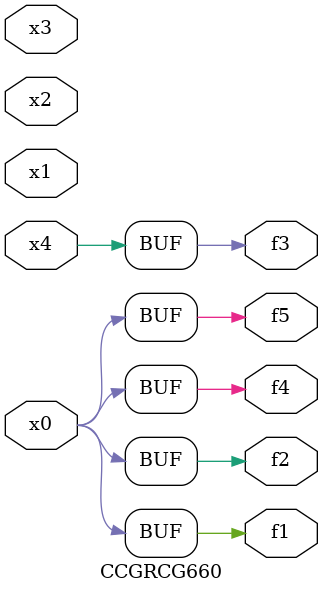
<source format=v>
module CCGRCG660(
	input x0, x1, x2, x3, x4,
	output f1, f2, f3, f4, f5
);
	assign f1 = x0;
	assign f2 = x0;
	assign f3 = x4;
	assign f4 = x0;
	assign f5 = x0;
endmodule

</source>
